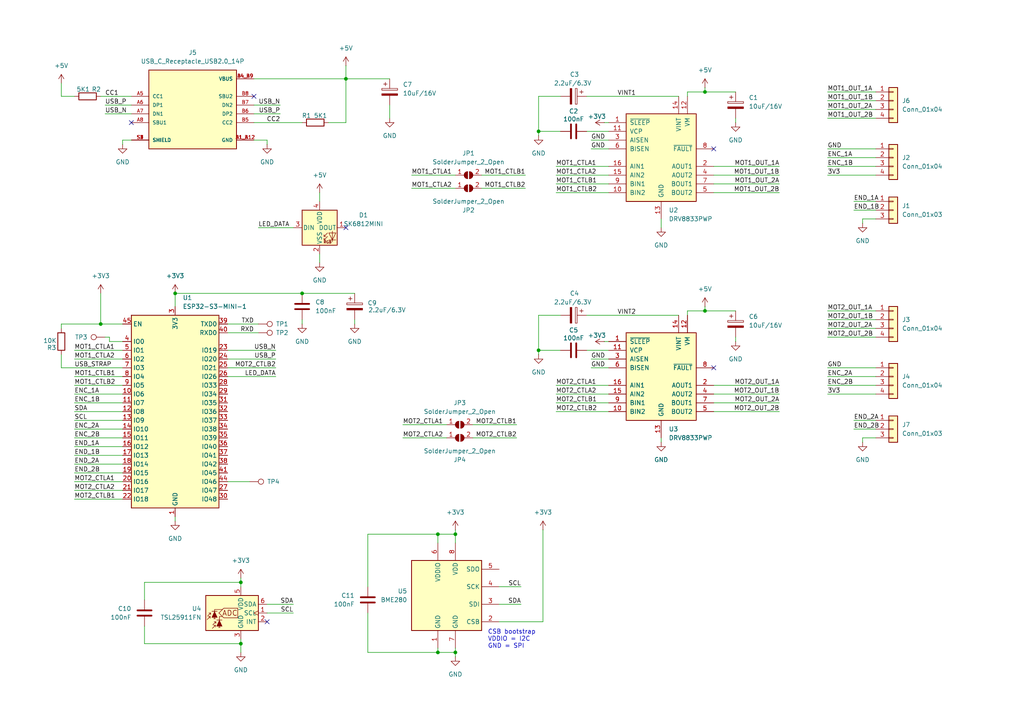
<source format=kicad_sch>
(kicad_sch (version 20231120) (generator "eeschema") (generator_version "8.0")
  (paper "A4")
  (lib_symbols
    (symbol "Connector:TestPoint" (pin_numbers hide) (pin_names (offset 0.762) hide)
      (property "Reference" "TP" (at 0 6.858 0))
      (property "Value" "TestPoint" (at 0 5.08 0))
      (symbol "TestPoint_0_1"
        (circle (center 0 3.302) (radius 0.762))
      )
      (symbol "TestPoint_1_1"
        (pin passive line (at 0 0 90) (length 2.54) (name "1") (number "1"))
      )
    )
    (symbol "Connector_Generic:Conn_01x03" (pin_names (offset 1.016) hide)
      (property "Reference" "J" (at 0 5.08 0))
      (property "Value" "Conn_01x03" (at 0 -5.08 0))
      (symbol "Conn_01x03_1_1"
        (rectangle (start -1.27 -2.413) (end 0 -2.667) (stroke (width 0.1524)))
        (rectangle (start -1.27 0.127) (end 0 -0.127) (stroke (width 0.1524)))
        (rectangle (start -1.27 2.667) (end 0 2.413) (stroke (width 0.1524)))
        (rectangle (start -1.27 3.81) (end 1.27 -3.81) (stroke (width 0.254)) (fill (type background)))
        (pin passive line (at -5.08 2.54 0) (length 3.81) (name "Pin_1") (number "1"))
        (pin passive line (at -5.08 0 0) (length 3.81) (name "Pin_2") (number "2"))
        (pin passive line (at -5.08 -2.54 0) (length 3.81) (name "Pin_3") (number "3"))
      )
    )
    (symbol "Connector_Generic:Conn_01x04" (pin_names (offset 1.016) hide)
      (property "Reference" "J" (at 0 5.08 0))
      (property "Value" "Conn_01x04" (at 0 -7.62 0))
      (symbol "Conn_01x04_1_1"
        (rectangle (start -1.27 -4.953) (end 0 -5.207) (stroke (width 0.1524)))
        (rectangle (start -1.27 -2.413) (end 0 -2.667) (stroke (width 0.1524)))
        (rectangle (start -1.27 0.127) (end 0 -0.127) (stroke (width 0.1524)))
        (rectangle (start -1.27 2.667) (end 0 2.413) (stroke (width 0.1524)))
        (rectangle (start -1.27 3.81) (end 1.27 -6.35) (stroke (width 0.254)) (fill (type background)))
        (pin passive line (at -5.08 2.54 0) (length 3.81) (name "Pin_1") (number "1"))
        (pin passive line (at -5.08 0 0) (length 3.81) (name "Pin_2") (number "2"))
        (pin passive line (at -5.08 -2.54 0) (length 3.81) (name "Pin_3") (number "3"))
        (pin passive line (at -5.08 -5.08 0) (length 3.81) (name "Pin_4") (number "4"))
      )
    )
    (symbol "Device:C" (pin_numbers hide) (pin_names (offset 0.254))
      (property "Reference" "C" (at 0.635 2.54 0))
      (property "Value" "C" (at 0.635 -2.54 0))
      (symbol "C_0_1"
        (polyline (pts (xy -2.032 -0.762) (xy 2.032 -0.762)) (stroke (width 0.508)))
        (polyline (pts (xy -2.032 0.762) (xy 2.032 0.762)) (stroke (width 0.508)))
      )
      (symbol "C_1_1"
        (pin passive line (at 0 3.81 270) (length 2.794) (name "~") (number "1"))
        (pin passive line (at 0 -3.81 90) (length 2.794) (name "~") (number "2"))
      )
    )
    (symbol "Device:C_Polarized" (pin_numbers hide) (pin_names (offset 0.254))
      (property "Reference" "C" (at 0.635 2.54 0))
      (property "Value" "C_Polarized" (at 0.635 -2.54 0))
      (symbol "C_Polarized_0_1"
        (rectangle (start -2.286 0.508) (end 2.286 1.016))
        (polyline (pts (xy -1.778 2.286) (xy -0.762 2.286)))
        (polyline (pts (xy -1.27 2.794) (xy -1.27 1.778)))
        (rectangle (start 2.286 -0.508) (end -2.286 -1.016) (fill (type outline)))
      )
      (symbol "C_Polarized_1_1"
        (pin passive line (at 0 3.81 270) (length 2.794) (name "~") (number "1"))
        (pin passive line (at 0 -3.81 90) (length 2.794) (name "~") (number "2"))
      )
    )
    (symbol "Device:R" (pin_numbers hide) (pin_names (offset 0))
      (property "Reference" "R" (at 2.032 0 90))
      (property "Value" "R" (at 0 0 90))
      (symbol "R_0_1"
        (rectangle (start -1.016 -2.54) (end 1.016 2.54) (stroke (width 0.254)))
      )
      (symbol "R_1_1"
        (pin passive line (at 0 3.81 270) (length 1.27) (name "~") (number "1"))
        (pin passive line (at 0 -3.81 90) (length 1.27) (name "~") (number "2"))
      )
    )
    (symbol "Driver_Motor:DRV8833PWP" (pin_names (offset 1.016))
      (property "Reference" "U" (at -3.81 16.51 0))
      (property "Value" "DRV8833PWP" (at -3.81 13.97 0))
      (symbol "DRV8833PWP_0_1"
        (rectangle (start -10.16 12.7) (end 10.16 -12.7) (stroke (width 0.254)) (fill (type background)))
      )
      (symbol "DRV8833PWP_1_1"
        (pin input line (at -15.24 10.16 0) (length 5.08) (name "~{SLEEP}") (number "1"))
        (pin input line (at -15.24 -10.16 0) (length 5.08) (name "BIN2") (number "10"))
        (pin bidirectional line (at -15.24 7.62 0) (length 5.08) (name "VCP") (number "11"))
        (pin power_in line (at 7.62 17.78 270) (length 5.08) (name "VM") (number "12"))
        (pin power_in line (at 0 -17.78 90) (length 5.08) (name "GND") (number "13"))
        (pin power_in line (at 5.08 17.78 270) (length 5.08) (name "VINT") (number "14"))
        (pin input line (at -15.24 -5.08 0) (length 5.08) (name "AIN2") (number "15"))
        (pin input line (at -15.24 -2.54 0) (length 5.08) (name "AIN1") (number "16"))
        (pin passive line (at 0 -17.78 90) (length 5.08) hide (name "GND") (number "17"))
        (pin power_out line (at 15.24 -2.54 180) (length 5.08) (name "AOUT1") (number "2"))
        (pin bidirectional line (at -15.24 5.08 0) (length 5.08) (name "AISEN") (number "3"))
        (pin power_out line (at 15.24 -5.08 180) (length 5.08) (name "AOUT2") (number "4"))
        (pin power_out line (at 15.24 -10.16 180) (length 5.08) (name "BOUT2") (number "5"))
        (pin bidirectional line (at -15.24 2.54 0) (length 5.08) (name "BISEN") (number "6"))
        (pin power_out line (at 15.24 -7.62 180) (length 5.08) (name "BOUT1") (number "7"))
        (pin open_collector line (at 15.24 2.54 180) (length 5.08) (name "~{FAULT}") (number "8"))
        (pin input line (at -15.24 -7.62 0) (length 5.08) (name "BIN1") (number "9"))
      )
    )
    (symbol "Jumper:SolderJumper_2_Open" (pin_names (offset 0) hide)
      (property "Reference" "JP" (at 0 2.032 0))
      (property "Value" "SolderJumper_2_Open" (at 0 -2.54 0))
      (symbol "SolderJumper_2_Open_0_1"
        (arc (start -0.254 1.016) (mid -1.2656 0) (end -0.254 -1.016))
        (arc (start -0.254 1.016) (mid -1.2656 0) (end -0.254 -1.016) (fill (type outline)))
        (polyline (pts (xy -0.254 1.016) (xy -0.254 -1.016)))
        (polyline (pts (xy 0.254 1.016) (xy 0.254 -1.016)))
        (arc (start 0.254 -1.016) (mid 1.2656 0) (end 0.254 1.016))
        (arc (start 0.254 -1.016) (mid 1.2656 0) (end 0.254 1.016) (fill (type outline)))
      )
      (symbol "SolderJumper_2_Open_1_1"
        (pin passive line (at -3.81 0 0) (length 2.54) (name "A") (number "1"))
        (pin passive line (at 3.81 0 180) (length 2.54) (name "B") (number "2"))
      )
    )
    (symbol "LED:SK6812MINI" (pin_names (offset 0.254))
      (property "Reference" "D" (at 5.08 5.715 0))
      (property "Value" "SK6812MINI" (at 1.27 -5.715 0))
      (symbol "SK6812MINI_0_0"
        (text "RGB" (at 2.286 -4.191 0) (effects (font (size 0.762 0.762))))
      )
      (symbol "SK6812MINI_0_1"
        (polyline (pts (xy 1.27 -3.556) (xy 1.778 -3.556)))
        (polyline (pts (xy 1.27 -2.54) (xy 1.778 -2.54)))
        (polyline (pts (xy 4.699 -3.556) (xy 2.667 -3.556)))
        (polyline (pts (xy 2.286 -2.54) (xy 1.27 -3.556) (xy 1.27 -3.048)))
        (polyline (pts (xy 2.286 -1.524) (xy 1.27 -2.54) (xy 1.27 -2.032)))
        (polyline (pts (xy 3.683 -1.016) (xy 3.683 -3.556) (xy 3.683 -4.064)))
        (polyline (pts (xy 4.699 -1.524) (xy 2.667 -1.524) (xy 3.683 -3.556) (xy 4.699 -1.524)))
        (rectangle (start 5.08 5.08) (end -5.08 -5.08) (stroke (width 0.254)) (fill (type background)))
      )
      (symbol "SK6812MINI_1_1"
        (pin output line (at 7.62 0 180) (length 2.54) (name "DOUT") (number "1"))
        (pin power_in line (at 0 -7.62 90) (length 2.54) (name "VSS") (number "2"))
        (pin input line (at -7.62 0 0) (length 2.54) (name "DIN") (number "3"))
        (pin power_in line (at 0 7.62 270) (length 2.54) (name "VDD") (number "4"))
      )
    )
    (symbol "MCU_Espressif:ESP32-S3-MINI-1"
      (property "Reference" "U" (at -11.43 29.21 0))
      (property "Value" "ESP32-S3-MINI-1" (at 12.7 29.21 0))
      (symbol "ESP32-S3-MINI-1_0_1"
        (rectangle (start -12.7 27.94) (end 12.7 -27.94) (stroke (width 0.254)) (fill (type background)))
      )
      (symbol "ESP32-S3-MINI-1_1_1"
        (pin power_in line (at 0 -30.48 90) (length 2.54) (name "GND") (number "1"))
        (pin bidirectional line (at -15.24 5.08 0) (length 2.54) (name "IO6") (number "10"))
        (pin bidirectional line (at -15.24 2.54 0) (length 2.54) (name "IO7") (number "11"))
        (pin bidirectional line (at -15.24 0 0) (length 2.54) (name "IO8") (number "12"))
        (pin bidirectional line (at -15.24 -2.54 0) (length 2.54) (name "IO9") (number "13"))
        (pin bidirectional line (at -15.24 -5.08 0) (length 2.54) (name "IO10") (number "14"))
        (pin bidirectional line (at -15.24 -7.62 0) (length 2.54) (name "IO11") (number "15"))
        (pin bidirectional line (at -15.24 -10.16 0) (length 2.54) (name "IO12") (number "16"))
        (pin bidirectional line (at -15.24 -12.7 0) (length 2.54) (name "IO13") (number "17"))
        (pin bidirectional line (at -15.24 -15.24 0) (length 2.54) (name "IO14") (number "18"))
        (pin bidirectional line (at -15.24 -17.78 0) (length 2.54) (name "IO15") (number "19"))
        (pin passive line (at 0 -30.48 90) (length 2.54) hide (name "GND") (number "2"))
        (pin bidirectional line (at -15.24 -20.32 0) (length 2.54) (name "IO16") (number "20"))
        (pin bidirectional line (at -15.24 -22.86 0) (length 2.54) (name "IO17") (number "21"))
        (pin bidirectional line (at -15.24 -25.4 0) (length 2.54) (name "IO18") (number "22"))
        (pin bidirectional line (at 15.24 17.78 180) (length 2.54) (name "IO19") (number "23"))
        (pin bidirectional line (at 15.24 15.24 180) (length 2.54) (name "IO20") (number "24"))
        (pin bidirectional line (at 15.24 12.7 180) (length 2.54) (name "IO21") (number "25"))
        (pin bidirectional line (at 15.24 10.16 180) (length 2.54) (name "IO26") (number "26"))
        (pin bidirectional line (at 15.24 -22.86 180) (length 2.54) (name "IO47") (number "27"))
        (pin bidirectional line (at 15.24 7.62 180) (length 2.54) (name "IO33") (number "28"))
        (pin bidirectional line (at 15.24 5.08 180) (length 2.54) (name "IO34") (number "29"))
        (pin power_in line (at 0 30.48 270) (length 2.54) (name "3V3") (number "3"))
        (pin bidirectional line (at 15.24 -25.4 180) (length 2.54) (name "IO48") (number "30"))
        (pin bidirectional line (at 15.24 2.54 180) (length 2.54) (name "IO35") (number "31"))
        (pin bidirectional line (at 15.24 0 180) (length 2.54) (name "IO36") (number "32"))
        (pin bidirectional line (at 15.24 -2.54 180) (length 2.54) (name "IO37") (number "33"))
        (pin bidirectional line (at 15.24 -5.08 180) (length 2.54) (name "IO38") (number "34"))
        (pin bidirectional line (at 15.24 -7.62 180) (length 2.54) (name "IO39") (number "35"))
        (pin bidirectional line (at 15.24 -10.16 180) (length 2.54) (name "IO40") (number "36"))
        (pin bidirectional line (at 15.24 -12.7 180) (length 2.54) (name "IO41") (number "37"))
        (pin bidirectional line (at 15.24 -15.24 180) (length 2.54) (name "IO42") (number "38"))
        (pin bidirectional line (at 15.24 25.4 180) (length 2.54) (name "TXD0") (number "39"))
        (pin bidirectional line (at -15.24 20.32 0) (length 2.54) (name "IO0") (number "4"))
        (pin bidirectional line (at 15.24 22.86 180) (length 2.54) (name "RXD0") (number "40"))
        (pin bidirectional line (at 15.24 -17.78 180) (length 2.54) (name "IO45") (number "41"))
        (pin passive line (at 0 -30.48 90) (length 2.54) hide (name "GND") (number "42"))
        (pin passive line (at 0 -30.48 90) (length 2.54) hide (name "GND") (number "43"))
        (pin bidirectional line (at 15.24 -20.32 180) (length 2.54) (name "IO46") (number "44"))
        (pin input line (at -15.24 25.4 0) (length 2.54) (name "EN") (number "45"))
        (pin passive line (at 0 -30.48 90) (length 2.54) hide (name "GND") (number "46"))
        (pin passive line (at 0 -30.48 90) (length 2.54) hide (name "GND") (number "47"))
        (pin passive line (at 0 -30.48 90) (length 2.54) hide (name "GND") (number "48"))
        (pin passive line (at 0 -30.48 90) (length 2.54) hide (name "GND") (number "49"))
        (pin bidirectional line (at -15.24 17.78 0) (length 2.54) (name "IO1") (number "5"))
        (pin passive line (at 0 -30.48 90) (length 2.54) hide (name "GND") (number "50"))
        (pin passive line (at 0 -30.48 90) (length 2.54) hide (name "GND") (number "51"))
        (pin passive line (at 0 -30.48 90) (length 2.54) hide (name "GND") (number "52"))
        (pin passive line (at 0 -30.48 90) (length 2.54) hide (name "GND") (number "53"))
        (pin passive line (at 0 -30.48 90) (length 2.54) hide (name "GND") (number "54"))
        (pin passive line (at 0 -30.48 90) (length 2.54) hide (name "GND") (number "55"))
        (pin passive line (at 0 -30.48 90) (length 2.54) hide (name "GND") (number "56"))
        (pin passive line (at 0 -30.48 90) (length 2.54) hide (name "GND") (number "57"))
        (pin passive line (at 0 -30.48 90) (length 2.54) hide (name "GND") (number "58"))
        (pin passive line (at 0 -30.48 90) (length 2.54) hide (name "GND") (number "59"))
        (pin bidirectional line (at -15.24 15.24 0) (length 2.54) (name "IO2") (number "6"))
        (pin passive line (at 0 -30.48 90) (length 2.54) hide (name "GND") (number "60"))
        (pin passive line (at 0 -30.48 90) (length 2.54) hide (name "GND") (number "61"))
        (pin passive line (at 0 -30.48 90) (length 2.54) hide (name "GND") (number "62"))
        (pin passive line (at 0 -30.48 90) (length 2.54) hide (name "GND") (number "63"))
        (pin passive line (at 0 -30.48 90) (length 2.54) hide (name "GND") (number "64"))
        (pin passive line (at 0 -30.48 90) (length 2.54) hide (name "GND") (number "65"))
        (pin bidirectional line (at -15.24 12.7 0) (length 2.54) (name "IO3") (number "7"))
        (pin bidirectional line (at -15.24 10.16 0) (length 2.54) (name "IO4") (number "8"))
        (pin bidirectional line (at -15.24 7.62 0) (length 2.54) (name "IO5") (number "9"))
      )
    )
    (symbol "Sensor:BME280"
      (property "Reference" "U" (at -8.89 11.43 0))
      (property "Value" "BME280" (at 7.62 11.43 0))
      (symbol "BME280_0_1"
        (rectangle (start -10.16 10.16) (end 10.16 -10.16) (stroke (width 0.254)) (fill (type background)))
      )
      (symbol "BME280_1_1"
        (pin power_in line (at -2.54 -15.24 90) (length 5.08) (name "GND") (number "1"))
        (pin input line (at 15.24 -7.62 180) (length 5.08) (name "CSB") (number "2"))
        (pin bidirectional line (at 15.24 -2.54 180) (length 5.08) (name "SDI") (number "3"))
        (pin input line (at 15.24 2.54 180) (length 5.08) (name "SCK") (number "4"))
        (pin bidirectional line (at 15.24 7.62 180) (length 5.08) (name "SDO") (number "5"))
        (pin power_in line (at -2.54 15.24 270) (length 5.08) (name "VDDIO") (number "6"))
        (pin power_in line (at 2.54 -15.24 90) (length 5.08) (name "GND") (number "7"))
        (pin power_in line (at 2.54 15.24 270) (length 5.08) (name "VDD") (number "8"))
      )
    )
    (symbol "Sensor_Optical:TSL25911FN"
      (property "Reference" "U" (at -7.62 6.35 0))
      (property "Value" "TSL25911FN" (at 0 -6.35 0))
      (symbol "TSL25911FN_0_0"
        (text "ADC" (at -0.635 0 0) (effects (font (size 1.524 1.524))))
      )
      (symbol "TSL25911FN_0_1"
        (polyline (pts (xy -6.35 -1.016) (xy -7.239 -1.905)))
        (polyline (pts (xy -6.35 -1.016) (xy -6.858 -1.016)))
        (polyline (pts (xy -6.35 -1.016) (xy -6.35 -1.524)))
        (polyline (pts (xy -6.223 0) (xy -7.112 -0.889)))
        (polyline (pts (xy -6.223 0) (xy -6.731 0)))
        (polyline (pts (xy -6.223 0) (xy -6.223 -0.508)))
        (polyline (pts (xy -4.826 -3.556) (xy -5.715 -4.445)))
        (polyline (pts (xy -4.826 -3.556) (xy -5.334 -3.556)))
        (polyline (pts (xy -4.826 -3.556) (xy -4.826 -4.064)))
        (polyline (pts (xy -4.699 -2.54) (xy -5.588 -3.429)))
        (polyline (pts (xy -4.699 -2.54) (xy -5.207 -2.54)))
        (polyline (pts (xy -4.699 -2.54) (xy -4.699 -3.048)))
        (polyline (pts (xy -4.318 0.508) (xy -5.842 0.508)))
        (polyline (pts (xy -2.921 -2.032) (xy -4.445 -2.032)))
        (polyline (pts (xy -4.318 -1.27) (xy -5.842 -1.27) (xy -5.08 0.381) (xy -4.318 -1.27)) (fill (type outline)))
        (polyline (pts (xy -2.921 -3.81) (xy -4.445 -3.81) (xy -3.683 -2.159) (xy -2.921 -3.81)) (fill (type outline)))
      )
      (symbol "TSL25911FN_1_0"
        (polyline (pts (xy -3.81 0) (xy -2.413 -1.397) (xy 1.651 -1.397) (xy 1.651 0)))
        (polyline (pts (xy -3.81 0) (xy -2.413 1.397) (xy 1.651 1.397) (xy 1.651 0)))
      )
      (symbol "TSL25911FN_1_1"
        (rectangle (start -7.62 5.08) (end 7.62 -5.08) (stroke (width 0.254)) (fill (type background)))
        (polyline (pts (xy -4.826 -1.651) (xy -5.334 -1.651)))
        (polyline (pts (xy -3.429 -4.191) (xy -3.937 -4.191)))
        (polyline (pts (xy -5.08 -1.524) (xy -5.08 1.016) (xy -2.794 1.016)))
        (polyline (pts (xy -3.683 -4.064) (xy -3.683 -1.016) (xy -2.794 -1.016)))
        (pin input clock (at 10.16 0 180) (length 2.54) (name "SCL") (number "1"))
        (pin open_collector line (at 10.16 -2.54 180) (length 2.54) (name "INT") (number "2"))
        (pin power_in line (at 2.54 -7.62 90) (length 2.54) (name "GND") (number "3"))
        (pin no_connect line (at -7.62 2.54 0) (length 2.54) hide (name "NC") (number "4"))
        (pin power_in line (at 2.54 7.62 270) (length 2.54) (name "VDD") (number "5"))
        (pin bidirectional line (at 10.16 2.54 180) (length 2.54) (name "SDA") (number "6"))
      )
    )
    (symbol "USB_C_receptacle_Molex_21699:2169900003" (pin_names (offset 1.016))
      (property "Reference" "J" (at -12.7 10.922 0))
      (property "Value" "2169900003" (at -12.7 -13.462 0))
      (symbol "2169900003_0_0"
        (rectangle (start -12.7 -12.7) (end 12.7 10.16) (stroke (width 0.254)) (fill (type background)))
        (pin power_in line (at 17.78 -10.16 180) (length 5.08) (name "GND") (number "A1_B12"))
        (pin power_in line (at 17.78 7.62 180) (length 5.08) (name "VBUS") (number "A4_B9"))
        (pin bidirectional line (at -17.78 2.54 0) (length 5.08) (name "CC1") (number "A5"))
        (pin bidirectional line (at -17.78 0 0) (length 5.08) (name "DP1") (number "A6"))
        (pin bidirectional line (at -17.78 -2.54 0) (length 5.08) (name "DN1") (number "A7"))
        (pin bidirectional line (at -17.78 -5.08 0) (length 5.08) (name "SBU1") (number "A8"))
        (pin power_in line (at 17.78 -10.16 180) (length 5.08) (name "GND") (number "B1_A12"))
        (pin power_in line (at 17.78 7.62 180) (length 5.08) (name "VBUS") (number "B4_A9"))
        (pin bidirectional line (at 17.78 -5.08 180) (length 5.08) (name "CC2") (number "B5"))
        (pin bidirectional line (at 17.78 -2.54 180) (length 5.08) (name "DP2") (number "B6"))
        (pin bidirectional line (at 17.78 0 180) (length 5.08) (name "DN2") (number "B7"))
        (pin bidirectional line (at 17.78 2.54 180) (length 5.08) (name "SBU2") (number "B8"))
        (pin passive line (at -17.78 -10.16 0) (length 5.08) (name "SHIELD") (number "S1"))
        (pin passive line (at -17.78 -10.16 0) (length 5.08) (name "SHIELD") (number "S2"))
        (pin passive line (at -17.78 -10.16 0) (length 5.08) (name "SHIELD") (number "S3"))
        (pin passive line (at -17.78 -10.16 0) (length 5.08) (name "SHIELD") (number "S4"))
      )
    )
    (symbol "power:+3V3" (power) (pin_numbers hide) (pin_names (offset 0) hide)
      (property "Value" "+3V3" (at 0 3.556 0))
      (symbol "+3V3_0_1"
        (polyline (pts (xy -0.762 1.27) (xy 0 2.54)))
        (polyline (pts (xy 0 0) (xy 0 2.54)))
        (polyline (pts (xy 0 2.54) (xy 0.762 1.27)))
      )
      (symbol "+3V3_1_1"
        (pin power_in line (at 0 0 90) (length 0) (name "~") (number "1"))
      )
    )
    (symbol "power:+5V" (power) (pin_numbers hide) (pin_names (offset 0) hide)
      (property "Value" "+5V" (at 0 3.556 0))
      (symbol "+5V_0_1"
        (polyline (pts (xy -0.762 1.27) (xy 0 2.54)))
        (polyline (pts (xy 0 0) (xy 0 2.54)))
        (polyline (pts (xy 0 2.54) (xy 0.762 1.27)))
      )
      (symbol "+5V_1_1"
        (pin power_in line (at 0 0 90) (length 0) (name "~") (number "1"))
      )
    )
    (symbol "power:GND" (power) (pin_numbers hide) (pin_names (offset 0) hide)
      (property "Value" "GND" (at 0 -3.81 0))
      (symbol "GND_0_1"
        (polyline (pts (xy 0 0) (xy 0 -1.27) (xy 1.27 -1.27) (xy 0 -2.54) (xy -1.27 -1.27) (xy 0 -1.27)))
      )
      (symbol "GND_1_1"
        (pin power_in line (at 0 0 270) (length 0) (name "~") (number "1"))
      )
    )
  )
  (junction (at 204.47 90.17))
  (junction (at 132.08 189.23))
  (junction (at 69.85 168.91))
  (junction (at 132.08 154.94))
  (junction (at 127 189.23))
  (junction (at 156.21 38.1))
  (junction (at 69.85 186.69))
  (junction (at 100.33 22.86))
  (junction (at 87.63 85.09))
  (junction (at 204.47 26.67))
  (junction (at 29.21 93.98))
  (junction (at 127 154.94))
  (junction (at 156.21 101.6))
  (junction (at 50.8 85.09))
  (no_connect (at 207.01 106.68))
  (no_connect (at 77.47 180.34))
  (no_connect (at 73.66 27.94))
  (no_connect (at 38.1 35.56))
  (no_connect (at 207.01 43.18))
  (no_connect (at 100.33 66.04))
  (wire (pts (xy 157.48 153.67) (xy 157.48 180.34)))
  (wire (pts (xy 161.29 50.8) (xy 176.53 50.8)))
  (wire (pts (xy 21.59 142.24) (xy 35.56 142.24)))
  (wire (pts (xy 207.01 48.26) (xy 226.06 48.26)))
  (wire (pts (xy 250.19 64.77) (xy 250.19 63.5)))
  (wire (pts (xy 21.59 127) (xy 35.56 127)))
  (wire (pts (xy 66.04 96.52) (xy 74.93 96.52)))
  (wire (pts (xy 204.47 26.67) (xy 204.47 25.4)))
  (wire (pts (xy 66.04 104.14) (xy 80.01 104.14)))
  (wire (pts (xy 17.78 93.98) (xy 29.21 93.98)))
  (wire (pts (xy 41.91 168.91) (xy 41.91 173.99)))
  (wire (pts (xy 100.33 22.86) (xy 113.03 22.86)))
  (wire (pts (xy 170.18 91.44) (xy 196.85 91.44)))
  (wire (pts (xy 69.85 186.69) (xy 69.85 189.23)))
  (wire (pts (xy 199.39 90.17) (xy 204.47 90.17)))
  (wire (pts (xy 66.04 109.22) (xy 80.01 109.22)))
  (wire (pts (xy 161.29 114.3) (xy 176.53 114.3)))
  (wire (pts (xy 240.03 97.79) (xy 254 97.79)))
  (wire (pts (xy 240.03 31.75) (xy 254 31.75)))
  (wire (pts (xy 17.78 106.68) (xy 17.78 102.87)))
  (wire (pts (xy 21.59 109.22) (xy 35.56 109.22)))
  (wire (pts (xy 132.08 157.48) (xy 132.08 154.94)))
  (wire (pts (xy 207.01 53.34) (xy 226.06 53.34)))
  (wire (pts (xy 30.48 30.48) (xy 38.1 30.48)))
  (wire (pts (xy 207.01 119.38) (xy 226.06 119.38)))
  (wire (pts (xy 35.56 41.91) (xy 35.56 40.64)))
  (wire (pts (xy 162.56 38.1) (xy 156.21 38.1)))
  (wire (pts (xy 77.47 175.26) (xy 85.09 175.26)))
  (wire (pts (xy 250.19 63.5) (xy 254 63.5)))
  (wire (pts (xy 207.01 111.76) (xy 226.06 111.76)))
  (wire (pts (xy 21.59 121.92) (xy 35.56 121.92)))
  (wire (pts (xy 213.36 34.29) (xy 213.36 35.56)))
  (wire (pts (xy 21.59 132.08) (xy 35.56 132.08)))
  (wire (pts (xy 127 187.96) (xy 127 189.23)))
  (wire (pts (xy 240.03 106.68) (xy 254 106.68)))
  (wire (pts (xy 106.68 189.23) (xy 106.68 177.8)))
  (wire (pts (xy 240.03 43.18) (xy 254 43.18)))
  (wire (pts (xy 132.08 153.67) (xy 132.08 154.94)))
  (wire (pts (xy 21.59 119.38) (xy 35.56 119.38)))
  (wire (pts (xy 30.48 33.02) (xy 38.1 33.02)))
  (wire (pts (xy 240.03 48.26) (xy 254 48.26)))
  (wire (pts (xy 132.08 189.23) (xy 132.08 190.5)))
  (wire (pts (xy 17.78 27.94) (xy 21.59 27.94)))
  (wire (pts (xy 156.21 38.1) (xy 156.21 39.37)))
  (wire (pts (xy 73.66 33.02) (xy 81.28 33.02)))
  (wire (pts (xy 176.53 101.6) (xy 170.18 101.6)))
  (wire (pts (xy 204.47 26.67) (xy 213.36 26.67)))
  (wire (pts (xy 21.59 101.6) (xy 35.56 101.6)))
  (wire (pts (xy 137.16 127) (xy 149.86 127)))
  (wire (pts (xy 240.03 26.67) (xy 254 26.67)))
  (wire (pts (xy 21.59 134.62) (xy 35.56 134.62)))
  (wire (pts (xy 77.47 41.91) (xy 77.47 40.64)))
  (wire (pts (xy 175.26 35.56) (xy 176.53 35.56)))
  (wire (pts (xy 35.56 106.68) (xy 17.78 106.68)))
  (wire (pts (xy 21.59 139.7) (xy 35.56 139.7)))
  (wire (pts (xy 240.03 90.17) (xy 254 90.17)))
  (wire (pts (xy 21.59 116.84) (xy 35.56 116.84)))
  (wire (pts (xy 31.75 99.06) (xy 35.56 99.06)))
  (wire (pts (xy 66.04 139.7) (xy 72.39 139.7)))
  (wire (pts (xy 161.29 116.84) (xy 176.53 116.84)))
  (wire (pts (xy 77.47 40.64) (xy 73.66 40.64)))
  (wire (pts (xy 162.56 91.44) (xy 156.21 91.44)))
  (wire (pts (xy 156.21 91.44) (xy 156.21 101.6)))
  (wire (pts (xy 87.63 92.71) (xy 87.63 93.98)))
  (wire (pts (xy 31.75 97.79) (xy 31.75 99.06)))
  (wire (pts (xy 204.47 90.17) (xy 204.47 88.9)))
  (wire (pts (xy 66.04 106.68) (xy 80.01 106.68)))
  (wire (pts (xy 21.59 124.46) (xy 35.56 124.46)))
  (wire (pts (xy 161.29 111.76) (xy 176.53 111.76)))
  (wire (pts (xy 92.71 73.66) (xy 92.71 76.2)))
  (wire (pts (xy 213.36 97.79) (xy 213.36 99.06)))
  (wire (pts (xy 175.26 99.06) (xy 176.53 99.06)))
  (wire (pts (xy 50.8 149.86) (xy 50.8 151.13)))
  (wire (pts (xy 247.65 58.42) (xy 254 58.42)))
  (wire (pts (xy 132.08 189.23) (xy 127 189.23)))
  (wire (pts (xy 100.33 22.86) (xy 100.33 35.56)))
  (wire (pts (xy 161.29 119.38) (xy 176.53 119.38)))
  (wire (pts (xy 240.03 45.72) (xy 254 45.72)))
  (wire (pts (xy 21.59 111.76) (xy 35.56 111.76)))
  (wire (pts (xy 66.04 93.98) (xy 74.93 93.98)))
  (wire (pts (xy 21.59 114.3) (xy 35.56 114.3)))
  (wire (pts (xy 171.45 43.18) (xy 176.53 43.18)))
  (wire (pts (xy 170.18 27.94) (xy 196.85 27.94)))
  (wire (pts (xy 35.56 40.64) (xy 38.1 40.64)))
  (wire (pts (xy 17.78 93.98) (xy 17.78 95.25)))
  (wire (pts (xy 87.63 85.09) (xy 102.87 85.09)))
  (wire (pts (xy 199.39 26.67) (xy 204.47 26.67)))
  (wire (pts (xy 35.56 93.98) (xy 29.21 93.98)))
  (wire (pts (xy 69.85 168.91) (xy 41.91 168.91)))
  (wire (pts (xy 127 189.23) (xy 106.68 189.23)))
  (wire (pts (xy 69.85 185.42) (xy 69.85 186.69)))
  (wire (pts (xy 162.56 27.94) (xy 156.21 27.94)))
  (wire (pts (xy 240.03 95.25) (xy 254 95.25)))
  (wire (pts (xy 69.85 170.18) (xy 69.85 168.91)))
  (wire (pts (xy 69.85 167.64) (xy 69.85 168.91)))
  (wire (pts (xy 77.47 177.8) (xy 85.09 177.8)))
  (wire (pts (xy 191.77 63.5) (xy 191.77 66.04)))
  (wire (pts (xy 21.59 144.78) (xy 35.56 144.78)))
  (wire (pts (xy 29.21 27.94) (xy 38.1 27.94)))
  (wire (pts (xy 41.91 186.69) (xy 41.91 181.61)))
  (wire (pts (xy 171.45 104.14) (xy 176.53 104.14)))
  (wire (pts (xy 50.8 85.09) (xy 50.8 88.9)))
  (wire (pts (xy 137.16 123.19) (xy 149.86 123.19)))
  (wire (pts (xy 240.03 29.21) (xy 254 29.21)))
  (wire (pts (xy 250.19 128.27) (xy 250.19 127)))
  (wire (pts (xy 139.7 54.61) (xy 152.4 54.61)))
  (wire (pts (xy 30.48 97.79) (xy 31.75 97.79)))
  (wire (pts (xy 207.01 116.84) (xy 226.06 116.84)))
  (wire (pts (xy 74.93 66.04) (xy 85.09 66.04)))
  (wire (pts (xy 139.7 50.8) (xy 152.4 50.8)))
  (wire (pts (xy 240.03 50.8) (xy 254 50.8)))
  (wire (pts (xy 161.29 55.88) (xy 176.53 55.88)))
  (wire (pts (xy 29.21 93.98) (xy 29.21 85.09)))
  (wire (pts (xy 156.21 101.6) (xy 156.21 102.87)))
  (wire (pts (xy 247.65 60.96) (xy 254 60.96)))
  (wire (pts (xy 73.66 35.56) (xy 87.63 35.56)))
  (wire (pts (xy 199.39 27.94) (xy 199.39 26.67)))
  (wire (pts (xy 92.71 55.88) (xy 92.71 58.42)))
  (wire (pts (xy 144.78 175.26) (xy 151.13 175.26)))
  (wire (pts (xy 127 154.94) (xy 127 157.48)))
  (wire (pts (xy 95.25 35.56) (xy 100.33 35.56)))
  (wire (pts (xy 73.66 22.86) (xy 100.33 22.86)))
  (wire (pts (xy 176.53 38.1) (xy 170.18 38.1)))
  (wire (pts (xy 116.84 127) (xy 129.54 127)))
  (wire (pts (xy 132.08 187.96) (xy 132.08 189.23)))
  (wire (pts (xy 119.38 50.8) (xy 132.08 50.8)))
  (wire (pts (xy 144.78 170.18) (xy 151.13 170.18)))
  (wire (pts (xy 100.33 22.86) (xy 100.33 19.05)))
  (wire (pts (xy 207.01 50.8) (xy 226.06 50.8)))
  (wire (pts (xy 171.45 106.68) (xy 176.53 106.68)))
  (wire (pts (xy 156.21 27.94) (xy 156.21 38.1)))
  (wire (pts (xy 21.59 137.16) (xy 35.56 137.16)))
  (wire (pts (xy 250.19 127) (xy 254 127)))
  (wire (pts (xy 191.77 127) (xy 191.77 128.27)))
  (wire (pts (xy 240.03 34.29) (xy 254 34.29)))
  (wire (pts (xy 240.03 92.71) (xy 254 92.71)))
  (wire (pts (xy 116.84 123.19) (xy 129.54 123.19)))
  (wire (pts (xy 66.04 101.6) (xy 80.01 101.6)))
  (wire (pts (xy 127 154.94) (xy 106.68 154.94)))
  (wire (pts (xy 161.29 48.26) (xy 176.53 48.26)))
  (wire (pts (xy 17.78 24.13) (xy 17.78 27.94)))
  (wire (pts (xy 207.01 114.3) (xy 226.06 114.3)))
  (wire (pts (xy 50.8 85.09) (xy 87.63 85.09)))
  (wire (pts (xy 106.68 154.94) (xy 106.68 170.18)))
  (wire (pts (xy 73.66 30.48) (xy 81.28 30.48)))
  (wire (pts (xy 207.01 55.88) (xy 226.06 55.88)))
  (wire (pts (xy 247.65 121.92) (xy 254 121.92)))
  (wire (pts (xy 157.48 180.34) (xy 144.78 180.34)))
  (wire (pts (xy 21.59 129.54) (xy 35.56 129.54)))
  (wire (pts (xy 204.47 90.17) (xy 213.36 90.17)))
  (wire (pts (xy 69.85 186.69) (xy 41.91 186.69)))
  (wire (pts (xy 240.03 109.22) (xy 254 109.22)))
  (wire (pts (xy 240.03 111.76) (xy 254 111.76)))
  (wire (pts (xy 113.03 30.48) (xy 113.03 34.29)))
  (wire (pts (xy 161.29 53.34) (xy 176.53 53.34)))
  (wire (pts (xy 132.08 154.94) (xy 127 154.94)))
  (wire (pts (xy 119.38 54.61) (xy 132.08 54.61)))
  (wire (pts (xy 199.39 91.44) (xy 199.39 90.17)))
  (wire (pts (xy 171.45 40.64) (xy 176.53 40.64)))
  (wire (pts (xy 240.03 114.3) (xy 254 114.3)))
  (wire (pts (xy 247.65 124.46) (xy 254 124.46)))
  (wire (pts (xy 21.59 104.14) (xy 35.56 104.14)))
  (wire (pts (xy 102.87 92.71) (xy 102.87 93.98)))
  (wire (pts (xy 162.56 101.6) (xy 156.21 101.6)))
  (text "CSB bootstrap\nVDDIO = I2C\nGND = SPI" (at 141.478 185.42 0) (effects (font (size 1.27 1.27)) (justify left)))
  (label "MOT2_OUT_1A" (at 226.06 111.76 180))
  (label "END_1B" (at 247.65 60.96 0))
  (label "CC1" (at 30.48 27.94 0))
  (label "SCL" (at 85.09 177.8 180))
  (label "MOT2_CTLA1" (at 21.59 139.7 0))
  (label "SDA" (at 151.13 175.26 180))
  (label "USB_STRAP" (at 21.59 106.68 0))
  (label "MOT2_CTLB2" (at 161.29 119.38 0))
  (label "VINT1" (at 179.07 27.94 0))
  (label "GND" (at 171.45 40.64 0))
  (label "END_1A" (at 247.65 58.42 0))
  (label "MOT1_CTLB2" (at 152.4 54.61 180))
  (label "ENC_2B" (at 21.59 127 0))
  (label "END_2A" (at 247.65 121.92 0))
  (label "MOT2_CTLB1" (at 21.59 144.78 0))
  (label "ENC_2A" (at 21.59 124.46 0))
  (label "MOT2_CTLA1" (at 161.29 111.76 0))
  (label "USB_N" (at 81.28 30.48 180))
  (label "MOT1_OUT_1B" (at 240.03 29.21 0))
  (label "ENC_2A" (at 240.03 109.22 0))
  (label "SCL" (at 21.59 121.92 0))
  (label "ENC_2B" (at 240.03 111.76 0))
  (label "CC2" (at 81.28 35.56 180))
  (label "GND" (at 240.03 43.18 0))
  (label "MOT2_OUT_2B" (at 226.06 119.38 180))
  (label "RXD" (at 73.66 96.52 180))
  (label "MOT2_OUT_2B" (at 240.03 97.79 0))
  (label "MOT1_OUT_2B" (at 226.06 55.88 180))
  (label "ENC_1A" (at 21.59 114.3 0))
  (label "MOT2_CTLB2" (at 80.01 106.68 180))
  (label "MOT1_CTLA1" (at 21.59 101.6 0))
  (label "MOT1_CTLA2" (at 21.59 104.14 0))
  (label "ENC_1B" (at 21.59 116.84 0))
  (label "MOT1_CTLB2" (at 21.59 111.76 0))
  (label "GND" (at 171.45 43.18 0))
  (label "MOT1_OUT_1A" (at 226.06 48.26 180))
  (label "MOT2_CTLB2" (at 149.86 127 180))
  (label "SCL" (at 151.13 170.18 180))
  (label "MOT2_OUT_1B" (at 240.03 92.71 0))
  (label "MOT1_CTLB2" (at 161.29 55.88 0))
  (label "ENC_1A" (at 240.03 45.72 0))
  (label "MOT1_OUT_2A" (at 226.06 53.34 180))
  (label "END_2B" (at 247.65 124.46 0))
  (label "SDA" (at 21.59 119.38 0))
  (label "MOT1_OUT_1B" (at 226.06 50.8 180))
  (label "MOT1_CTLB1" (at 152.4 50.8 180))
  (label "MOT2_CTLB1" (at 149.86 123.19 180))
  (label "MOT1_CTLA2" (at 161.29 50.8 0))
  (label "MOT1_CTLA1" (at 161.29 48.26 0))
  (label "VINT2" (at 179.07 91.44 0))
  (label "MOT2_OUT_1A" (at 240.03 90.17 0))
  (label "GND" (at 171.45 106.68 0))
  (label "MOT2_OUT_2A" (at 240.03 95.25 0))
  (label "TXD" (at 73.66 93.98 180))
  (label "SDA" (at 85.09 175.26 180))
  (label "USB_P" (at 81.28 33.02 180))
  (label "3V3" (at 240.03 114.3 0))
  (label "ENC_1B" (at 240.03 48.26 0))
  (label "GND" (at 171.45 104.14 0))
  (label "MOT2_CTLB1" (at 161.29 116.84 0))
  (label "USB_N" (at 80.01 101.6 180))
  (label "MOT2_OUT_1B" (at 226.06 114.3 180))
  (label "MOT2_CTLA2" (at 116.84 127 0))
  (label "MOT2_CTLA2" (at 161.29 114.3 0))
  (label "END_1B" (at 21.59 132.08 0))
  (label "MOT1_CTLA1" (at 119.38 50.8 0))
  (label "3V3" (at 240.03 50.8 0))
  (label "END_2B" (at 21.59 137.16 0))
  (label "MOT1_CTLA2" (at 119.38 54.61 0))
  (label "MOT1_OUT_1A" (at 240.03 26.67 0))
  (label "END_1A" (at 21.59 129.54 0))
  (label "MOT1_CTLB1" (at 161.29 53.34 0))
  (label "END_2A" (at 21.59 134.62 0))
  (label "LED_DATA" (at 74.93 66.04 0))
  (label "USB_P" (at 30.48 30.48 0))
  (label "GND" (at 240.03 106.68 0))
  (label "LED_DATA" (at 80.01 109.22 180))
  (label "MOT2_OUT_2A" (at 226.06 116.84 180))
  (label "MOT2_CTLA2" (at 21.59 142.24 0))
  (label "MOT1_OUT_2B" (at 240.03 34.29 0))
  (label "MOT1_CTLB1" (at 21.59 109.22 0))
  (label "MOT2_CTLA1" (at 116.84 123.19 0))
  (label "USB_N" (at 30.48 33.02 0))
  (label "USB_P" (at 80.01 104.14 180))
  (label "MOT1_OUT_2A" (at 240.03 31.75 0))
  (symbol (lib_id "power:+3V3") (at 132.08 153.67 0) (unit 1)
    (property "Reference" "#PWR024" (effects (hide yes)))
    (property "Value" "+3V3" (at 132.08 148.59 0))
    (property "Description" "Power symbol creates a global label with name \"+3V3\"" (effects (hide yes)))
  )
  (symbol (lib_id "power:+3V3") (at 175.26 99.06 90) (unit 1)
    (property "Reference" "#PWR09" (effects (hide yes)))
    (property "Value" "+3V3" (at 175.768 97.282 90) (effects (justify left)))
    (property "Description" "Power symbol creates a global label with name \"+3V3\"" (effects (hide yes)))
  )
  (symbol (lib_id "power:GND") (at 35.56 41.91 0) (unit 1)
    (property "Reference" "#PWR031" (effects (hide yes)))
    (property "Value" "GND" (at 35.56 46.99 0))
    (property "Description" "Power symbol creates a global label with name \"GND\" , ground" (effects (hide yes)))
  )
  (symbol (lib_id "Device:R") (at 17.78 99.06 180) (unit 1)
    (property "Reference" "R3" (at 14.986 100.838 0))
    (property "Value" "10K" (at 14.478 98.806 0))
    (property "Footprint" "Resistor_SMD:R_0603_1608Metric" (effects (hide yes)))
    (property "Description" "Resistor" (effects (hide yes)))
  )
  (symbol (lib_id "power:GND") (at 191.77 128.27 0) (unit 1)
    (property "Reference" "#PWR010" (effects (hide yes)))
    (property "Value" "GND" (at 191.77 133.35 0))
    (property "Description" "Power symbol creates a global label with name \"GND\" , ground" (effects (hide yes)))
  )
  (symbol (lib_id "Device:C") (at 87.63 88.9 0) (unit 1)
    (property "Reference" "C8" (at 91.44 87.6299 0) (effects (justify left)))
    (property "Value" "100nF" (at 91.44 90.1699 0) (effects (justify left)))
    (property "Footprint" "Capacitor_SMD:C_0603_1608Metric" (effects (hide yes)))
    (property "Description" "Unpolarized capacitor" (effects (hide yes)))
  )
  (symbol (lib_id "power:+3V3") (at 175.26 35.56 90) (unit 1)
    (property "Reference" "#PWR04" (effects (hide yes)))
    (property "Value" "+3V3" (at 175.768 33.782 90) (effects (justify left)))
    (property "Description" "Power symbol creates a global label with name \"+3V3\"" (effects (hide yes)))
  )
  (symbol (lib_id "power:GND") (at 77.47 41.91 0) (unit 1)
    (property "Reference" "#PWR030" (effects (hide yes)))
    (property "Value" "GND" (at 77.47 46.99 0))
    (property "Description" "Power symbol creates a global label with name \"GND\" , ground" (effects (hide yes)))
  )
  (symbol (lib_id "power:GND") (at 250.19 64.77 0) (unit 1)
    (property "Reference" "#PWR013" (effects (hide yes)))
    (property "Value" "GND" (at 250.19 69.85 0))
    (property "Description" "Power symbol creates a global label with name \"GND\" , ground" (effects (hide yes)))
  )
  (symbol (lib_id "Connector:TestPoint") (at 74.93 96.52 270) (unit 1)
    (property "Reference" "TP2" (at 80.01 96.52 90) (effects (justify left)))
    (property "Value" "TestPoint" (effects (hide yes)))
    (property "Footprint" "TestPoint:TestPoint_Pad_D1.5mm" (effects (hide yes)))
    (property "Description" "test point" (effects (hide yes)))
  )
  (symbol (lib_id "power:GND") (at 113.03 34.29 0) (unit 1)
    (property "Reference" "#PWR017" (effects (hide yes)))
    (property "Value" "GND" (at 113.03 39.37 0))
    (property "Description" "Power symbol creates a global label with name \"GND\" , ground" (effects (hide yes)))
  )
  (symbol (lib_id "Jumper:SolderJumper_2_Open") (at 135.89 54.61 0) (mirror x) (unit 1)
    (property "Reference" "JP2" (at 135.89 60.96 0))
    (property "Value" "SolderJumper_2_Open" (at 135.89 58.42 0))
    (property "Footprint" "Jumper:SolderJumper-2_P1.3mm_Open_Pad1.0x1.5mm" (effects (hide yes)))
    (property "Description" "Solder Jumper, 2-pole, open" (effects (hide yes)))
  )
  (symbol (lib_id "Driver_Motor:DRV8833PWP") (at 191.77 45.72 0) (unit 1)
    (property "Reference" "U2" (at 193.9641 60.96 0) (effects (justify left)))
    (property "Value" "DRV8833PWP" (at 193.9641 63.5 0) (effects (justify left)))
    (property "Footprint" "Package_SO:HTSSOP-16-1EP_4.4x5mm_P0.65mm_EP3.4x5mm_Mask2.46x2.31mm_ThermalVias" (effects (hide yes)))
    (property "Datasheet" "http://www.ti.com/lit/ds/symlink/drv8833.pdf" (effects (hide yes)))
    (property "Description" "Dual H-Bridge Motor Driver, HTSSOP-16" (effects (hide yes)))
  )
  (symbol (lib_id "MCU_Espressif:ESP32-S3-MINI-1") (at 50.8 119.38 0) (unit 1)
    (property "Reference" "U1" (at 52.9941 86.36 0) (effects (justify left)))
    (property "Value" "ESP32-S3-MINI-1" (at 52.9941 88.9 0) (effects (justify left)))
    (property "Footprint" "RF_Module:ESP32-S2-MINI-1" (effects (hide yes)))
    (property "Datasheet" "https://www.espressif.com/sites/default/files/documentation/esp32-s3-mini-1_mini-1u_datasheet_en.pdf" (effects (hide yes)))
    (property "Description" "RF Module, ESP32-S3 SoC, Wi-Fi 802.11b/g/n, Bluetooth, BLE, 32-bit, 3.3V, SMD, onboard antenna" (effects (hide yes)))
  )
  (symbol (lib_id "Connector_Generic:Conn_01x04") (at 259.08 109.22 0) (unit 1)
    (property "Reference" "J4" (at 261.62 109.2199 0) (effects (justify left)))
    (property "Value" "Conn_01x04" (at 261.62 111.7599 0) (effects (justify left)))
    (property "Footprint" "Connector_PinHeader_2.54mm:PinHeader_1x04_P2.54mm_Vertical" (effects (hide yes)))
    (property "Description" "Generic connector, single row, 01x04, script generated (kicad-library-utils/schlib/autogen/connector/)" (effects (hide yes)))
  )
  (symbol (lib_id "Device:R") (at 25.4 27.94 90) (unit 1)
    (property "Reference" "R2" (at 27.94 25.908 90))
    (property "Value" "5K1" (at 24.13 25.908 90))
    (property "Footprint" "Resistor_SMD:R_0603_1608Metric" (effects (hide yes)))
    (property "Description" "Resistor" (effects (hide yes)))
  )
  (symbol (lib_id "Device:C_Polarized") (at 166.37 27.94 270) (unit 1)
    (property "Reference" "C3" (at 166.624 21.59 90))
    (property "Value" "2.2uF/6.3V" (at 166.116 24.13 90))
    (property "Footprint" "Capacitor_Tantalum_SMD:CP_EIA-3528-21_Kemet-B" (effects (hide yes)))
    (property "Description" "Polarized capacitor" (effects (hide yes)))
  )
  (symbol (lib_id "power:GND") (at 191.77 66.04 0) (unit 1)
    (property "Reference" "#PWR01" (effects (hide yes)))
    (property "Value" "GND" (at 191.77 71.12 0))
    (property "Description" "Power symbol creates a global label with name \"GND\" , ground" (effects (hide yes)))
  )
  (symbol (lib_id "Device:C_Polarized") (at 213.36 30.48 0) (unit 1)
    (property "Reference" "C1" (at 217.17 28.3209 0) (effects (justify left)))
    (property "Value" "10uF/16V" (at 217.17 30.8609 0) (effects (justify left)))
    (property "Footprint" "Capacitor_SMD:CP_Elec_4x5.4" (effects (hide yes)))
    (property "Description" "Polarized capacitor" (effects (hide yes)))
  )
  (symbol (lib_id "power:+3V3") (at 157.48 153.67 0) (unit 1)
    (property "Reference" "#PWR025" (effects (hide yes)))
    (property "Value" "+3V3" (at 157.48 148.59 0))
    (property "Description" "Power symbol creates a global label with name \"+3V3\"" (effects (hide yes)))
  )
  (symbol (lib_id "Device:C_Polarized") (at 102.87 88.9 0) (unit 1)
    (property "Reference" "C9" (at 107.95 87.884 0))
    (property "Value" "2.2uF/6.3V" (at 112.268 89.916 0))
    (property "Footprint" "Capacitor_Tantalum_SMD:CP_EIA-3528-21_Kemet-B" (effects (hide yes)))
    (property "Description" "Polarized capacitor" (effects (hide yes)))
  )
  (symbol (lib_id "power:+5V") (at 100.33 19.05 0) (unit 1)
    (property "Reference" "#PWR015" (effects (hide yes)))
    (property "Value" "+5V" (at 100.33 13.97 0))
    (property "Description" "Power symbol creates a global label with name \"+5V\"" (effects (hide yes)))
  )
  (symbol (lib_id "power:GND") (at 87.63 93.98 0) (unit 1)
    (property "Reference" "#PWR019" (effects (hide yes)))
    (property "Value" "GND" (at 87.63 99.06 0))
    (property "Description" "Power symbol creates a global label with name \"GND\" , ground" (effects (hide yes)))
  )
  (symbol (lib_id "Sensor:BME280") (at 129.54 172.72 0) (unit 1)
    (property "Reference" "U5" (at 118.11 171.4499 0) (effects (justify right)))
    (property "Value" "BME280" (at 118.11 173.9899 0) (effects (justify right)))
    (property "Footprint" "Package_LGA:Bosch_LGA-8_2.5x2.5mm_P0.65mm_ClockwisePinNumbering" (effects (hide yes)))
    (property "Datasheet" "https://www.bosch-sensortec.com/media/boschsensortec/downloads/datasheets/bst-bme280-ds002.pdf" (effects (hide yes)))
    (property "Description" "3-in-1 sensor, humidity, pressure, temperature, I2C and SPI interface, 1.71-3.6V, LGA-8" (effects (hide yes)))
  )
  (symbol (lib_id "Connector_Generic:Conn_01x04") (at 259.08 29.21 0) (unit 1)
    (property "Reference" "J6" (at 261.62 29.2099 0) (effects (justify left)))
    (property "Value" "Conn_01x04" (at 261.62 31.7499 0) (effects (justify left)))
    (property "Footprint" "Connector_PinHeader_2.54mm:PinHeader_1x04_P2.54mm_Vertical" (effects (hide yes)))
    (property "Description" "Generic connector, single row, 01x04, script generated (kicad-library-utils/schlib/autogen/connector/)" (effects (hide yes)))
  )
  (symbol (lib_id "power:+3V3") (at 50.8 85.09 0) (unit 1)
    (property "Reference" "#PWR03" (effects (hide yes)))
    (property "Value" "+3V3" (at 50.8 80.01 0))
    (property "Description" "Power symbol creates a global label with name \"+3V3\"" (effects (hide yes)))
  )
  (symbol (lib_id "power:+5V") (at 204.47 88.9 0) (unit 1)
    (property "Reference" "#PWR011" (effects (hide yes)))
    (property "Value" "+5V" (at 204.47 83.82 0))
    (property "Description" "Power symbol creates a global label with name \"+5V\"" (effects (hide yes)))
  )
  (symbol (lib_id "Sensor_Optical:TSL25911FN") (at 67.31 177.8 0) (unit 1)
    (property "Reference" "U4" (at 58.42 176.5299 0) (effects (justify right)))
    (property "Value" "TSL25911FN" (at 58.42 179.0699 0) (effects (justify right)))
    (property "Footprint" "OptoDevice:AMS_TSL25911FN" (effects (hide yes)))
    (property "Datasheet" "https://ams.com/documents/20143/9331680/TSL2591_DS000338_7-00.pdf" (effects (hide yes)))
    (property "Description" "Light to digital converter, 2.7 to 3.6V Vdd, DFN-6" (effects (hide yes)))
  )
  (symbol (lib_id "Device:C_Polarized") (at 213.36 93.98 0) (unit 1)
    (property "Reference" "C6" (at 217.17 91.8209 0) (effects (justify left)))
    (property "Value" "10uF/16V" (at 217.17 94.3609 0) (effects (justify left)))
    (property "Footprint" "Capacitor_SMD:CP_Elec_4x5.4" (effects (hide yes)))
    (property "Description" "Polarized capacitor" (effects (hide yes)))
  )
  (symbol (lib_id "USB_C_receptacle_Molex_21699:2169900003") (at 55.88 30.48 0) (unit 1)
    (property "Reference" "J5" (at 55.88 15.24 0))
    (property "Value" "USB_C_Receptacle_USB2.0_14P" (at 55.88 17.78 0))
    (property "Footprint" "Connector_USB:USB_C_Receptacle_Molex_21699" (effects (hide yes)))
    (property "Description" "USB 2.0-only 14P Type-C Receptacle connector" (effects (hide yes)))
    (property "MF" "Molex" (effects (hide yes)))
    (property "MAXIMUM_PACKAGE_HEIGHT" "2.31 mm" (effects (hide yes)))
    (property "Package" "None" (effects (hide yes)))
    (property "Price" "None" (effects (hide yes)))
    (property "Check_prices" "https://www.snapeda.com/parts/2169900003/Molex/view-part/?ref=eda" (effects (hide yes)))
    (property "STANDARD" "Manufacturer Recommendations" (effects (hide yes)))
    (property "PARTREV" "A1" (effects (hide yes)))
    (property "SnapEDA_Link" "https://www.snapeda.com/parts/2169900003/Molex/view-part/?ref=snap" (effects (hide yes)))
    (property "MP" "2169900003" (effects (hide yes)))
    (property "Purchase-URL" "https://www.snapeda.com/api/url_track_click_mouser/?unipart_id=6296438&manufacturer=Molex&part_name=2169900003&search_term=None" (effects (hide yes)))
    (property "Description_1" "\nUSB-C (USB TYPE-C) USB 2.0 Receptacle Connector 24 (16+8 Dummy) Position Surface Mount, Right Angle; Through Hole\n" (effects (hide yes)))
    (property "MANUFACTURER" "Molex" (effects (hide yes)))
    (property "Availability" "In Stock" (effects (hide yes)))
    (property "SNAPEDA_PN" "2169900003" (effects (hide yes)))
  )
  (symbol (lib_id "Connector_Generic:Conn_01x04") (at 259.08 45.72 0) (unit 1)
    (property "Reference" "J2" (at 261.62 45.7199 0) (effects (justify left)))
    (property "Value" "Conn_01x04" (at 261.62 48.2599 0) (effects (justify left)))
    (property "Footprint" "Connector_PinHeader_2.54mm:PinHeader_1x04_P2.54mm_Vertical" (effects (hide yes)))
    (property "Description" "Generic connector, single row, 01x04, script generated (kicad-library-utils/schlib/autogen/connector/)" (effects (hide yes)))
  )
  (symbol (lib_id "power:+5V") (at 204.47 25.4 0) (unit 1)
    (property "Reference" "#PWR05" (effects (hide yes)))
    (property "Value" "+5V" (at 204.47 20.32 0))
    (property "Description" "Power symbol creates a global label with name \"+5V\"" (effects (hide yes)))
  )
  (symbol (lib_id "Device:R") (at 91.44 35.56 90) (unit 1)
    (property "Reference" "R1" (at 88.9 33.528 90))
    (property "Value" "5K1" (at 92.964 33.528 90))
    (property "Footprint" "Resistor_SMD:R_0603_1608Metric" (effects (hide yes)))
    (property "Description" "Resistor" (effects (hide yes)))
  )
  (symbol (lib_id "power:GND") (at 213.36 99.06 0) (unit 1)
    (property "Reference" "#PWR012" (effects (hide yes)))
    (property "Value" "GND" (at 213.36 104.14 0))
    (property "Description" "Power symbol creates a global label with name \"GND\" , ground" (effects (hide yes)))
  )
  (symbol (lib_id "Device:C") (at 41.91 177.8 0) (mirror y) (unit 1)
    (property "Reference" "C10" (at 38.1 176.5299 0) (effects (justify left)))
    (property "Value" "100nF" (at 38.1 179.0699 0) (effects (justify left)))
    (property "Footprint" "Capacitor_SMD:C_0603_1608Metric" (effects (hide yes)))
    (property "Description" "Unpolarized capacitor" (effects (hide yes)))
  )
  (symbol (lib_id "power:GND") (at 69.85 189.23 0) (unit 1)
    (property "Reference" "#PWR021" (effects (hide yes)))
    (property "Value" "GND" (at 69.85 194.31 0))
    (property "Description" "Power symbol creates a global label with name \"GND\" , ground" (effects (hide yes)))
  )
  (symbol (lib_id "Device:C_Polarized") (at 113.03 26.67 0) (unit 1)
    (property "Reference" "C7" (at 116.84 24.5109 0) (effects (justify left)))
    (property "Value" "10uF/16V" (at 116.84 27.0509 0) (effects (justify left)))
    (property "Footprint" "Capacitor_SMD:CP_Elec_4x5.4" (effects (hide yes)))
    (property "Description" "Polarized capacitor" (effects (hide yes)))
  )
  (symbol (lib_id "Connector_Generic:Conn_01x03") (at 259.08 124.46 0) (unit 1)
    (property "Reference" "J7" (at 261.62 123.1899 0) (effects (justify left)))
    (property "Value" "Conn_01x03" (at 261.62 125.7299 0) (effects (justify left)))
    (property "Footprint" "Connector_PinHeader_2.54mm:PinHeader_1x03_P2.54mm_Vertical" (effects (hide yes)))
    (property "Description" "Generic connector, single row, 01x03, script generated (kicad-library-utils/schlib/autogen/connector/)" (effects (hide yes)))
  )
  (symbol (lib_id "Connector:TestPoint") (at 74.93 93.98 270) (unit 1)
    (property "Reference" "TP1" (at 80.01 93.98 90) (effects (justify left)))
    (property "Value" "TestPoint" (effects (hide yes)))
    (property "Footprint" "TestPoint:TestPoint_Pad_D1.5mm" (effects (hide yes)))
    (property "Description" "test point" (effects (hide yes)))
  )
  (symbol (lib_id "Device:C") (at 106.68 173.99 0) (mirror y) (unit 1)
    (property "Reference" "C11" (at 102.87 172.7199 0) (effects (justify left)))
    (property "Value" "100nF" (at 102.87 175.2599 0) (effects (justify left)))
    (property "Footprint" "Capacitor_SMD:C_0603_1608Metric" (effects (hide yes)))
    (property "Description" "Unpolarized capacitor" (effects (hide yes)))
  )
  (symbol (lib_id "Driver_Motor:DRV8833PWP") (at 191.77 109.22 0) (unit 1)
    (property "Reference" "U3" (at 193.9641 124.46 0) (effects (justify left)))
    (property "Value" "DRV8833PWP" (at 193.9641 127 0) (effects (justify left)))
    (property "Footprint" "Package_SO:HTSSOP-16-1EP_4.4x5mm_P0.65mm_EP3.4x5mm_Mask2.46x2.31mm_ThermalVias" (effects (hide yes)))
    (property "Datasheet" "http://www.ti.com/lit/ds/symlink/drv8833.pdf" (effects (hide yes)))
    (property "Description" "Dual H-Bridge Motor Driver, HTSSOP-16" (effects (hide yes)))
  )
  (symbol (lib_id "Connector_Generic:Conn_01x04") (at 259.08 92.71 0) (unit 1)
    (property "Reference" "J3" (at 261.62 92.7099 0) (effects (justify left)))
    (property "Value" "Conn_01x04" (at 261.62 95.2499 0) (effects (justify left)))
    (property "Footprint" "Connector_PinHeader_2.54mm:PinHeader_1x04_P2.54mm_Vertical" (effects (hide yes)))
    (property "Description" "Generic connector, single row, 01x04, script generated (kicad-library-utils/schlib/autogen/connector/)" (effects (hide yes)))
  )
  (symbol (lib_id "Device:C") (at 166.37 101.6 270) (unit 1)
    (property "Reference" "C5" (at 166.37 95.758 90))
    (property "Value" "100nF" (at 166.37 98.044 90))
    (property "Footprint" "Capacitor_SMD:C_0603_1608Metric" (effects (hide yes)))
    (property "Description" "Unpolarized capacitor" (effects (hide yes)))
  )
  (symbol (lib_id "power:GND") (at 156.21 39.37 0) (unit 1)
    (property "Reference" "#PWR07" (effects (hide yes)))
    (property "Value" "GND" (at 156.21 44.45 0))
    (property "Description" "Power symbol creates a global label with name \"GND\" , ground" (effects (hide yes)))
  )
  (symbol (lib_id "power:+3V3") (at 69.85 167.64 0) (unit 1)
    (property "Reference" "#PWR022" (effects (hide yes)))
    (property "Value" "+3V3" (at 69.85 162.56 0))
    (property "Description" "Power symbol creates a global label with name \"+3V3\"" (effects (hide yes)))
  )
  (symbol (lib_id "power:GND") (at 50.8 151.13 0) (unit 1)
    (property "Reference" "#PWR02" (effects (hide yes)))
    (property "Value" "GND" (at 50.8 156.21 0))
    (property "Description" "Power symbol creates a global label with name \"GND\" , ground" (effects (hide yes)))
  )
  (symbol (lib_id "Device:C_Polarized") (at 166.37 91.44 270) (unit 1)
    (property "Reference" "C4" (at 166.624 85.09 90))
    (property "Value" "2.2uF/6.3V" (at 166.116 87.63 90))
    (property "Footprint" "Capacitor_Tantalum_SMD:CP_EIA-3528-21_Kemet-B" (effects (hide yes)))
    (property "Description" "Polarized capacitor" (effects (hide yes)))
  )
  (symbol (lib_id "power:GND") (at 102.87 93.98 0) (unit 1)
    (property "Reference" "#PWR020" (effects (hide yes)))
    (property "Value" "GND" (at 102.87 99.06 0))
    (property "Description" "Power symbol creates a global label with name \"GND\" , ground" (effects (hide yes)))
  )
  (symbol (lib_id "power:GND") (at 250.19 128.27 0) (unit 1)
    (property "Reference" "#PWR014" (effects (hide yes)))
    (property "Value" "GND" (at 250.19 133.35 0))
    (property "Description" "Power symbol creates a global label with name \"GND\" , ground" (effects (hide yes)))
  )
  (symbol (lib_id "Connector:TestPoint") (at 30.48 97.79 90) (mirror x) (unit 1)
    (property "Reference" "TP3" (at 25.4 97.79 90) (effects (justify left)))
    (property "Value" "TestPoint" (effects (hide yes)))
    (property "Footprint" "TestPoint:TestPoint_Pad_D1.5mm" (effects (hide yes)))
    (property "Description" "test point" (effects (hide yes)))
  )
  (symbol (lib_id "power:GND") (at 156.21 102.87 0) (unit 1)
    (property "Reference" "#PWR08" (effects (hide yes)))
    (property "Value" "GND" (at 156.21 107.95 0))
    (property "Description" "Power symbol creates a global label with name \"GND\" , ground" (effects (hide yes)))
  )
  (symbol (lib_id "power:GND") (at 213.36 35.56 0) (unit 1)
    (property "Reference" "#PWR06" (effects (hide yes)))
    (property "Value" "GND" (at 213.36 40.64 0))
    (property "Description" "Power symbol creates a global label with name \"GND\" , ground" (effects (hide yes)))
  )
  (symbol (lib_id "LED:SK6812MINI") (at 92.71 66.04 0) (unit 1)
    (property "Reference" "D1" (at 105.41 62.392 0))
    (property "Value" "SK6812MINI" (at 105.41 64.932 0))
    (property "Footprint" "LED_SMD:LED_SK6812MINI_PLCC4_3.5x3.5mm_P1.75mm" (effects (hide yes)))
    (property "Datasheet" "https://cdn-shop.adafruit.com/product-files/2686/SK6812MINI_REV.01-1-2.pdf" (effects (hide yes)))
    (property "Description" "RGB LED with integrated controller" (effects (hide yes)))
  )
  (symbol (lib_id "Device:C") (at 166.37 38.1 270) (unit 1)
    (property "Reference" "C2" (at 166.37 32.258 90))
    (property "Value" "100nF" (at 166.37 34.544 90))
    (property "Footprint" "Capacitor_SMD:C_0603_1608Metric" (effects (hide yes)))
    (property "Description" "Unpolarized capacitor" (effects (hide yes)))
  )
  (symbol (lib_id "Connector:TestPoint") (at 72.39 139.7 270) (unit 1)
    (property "Reference" "TP4" (at 77.47 139.7 90) (effects (justify left)))
    (property "Value" "TestPoint" (effects (hide yes)))
    (property "Footprint" "TestPoint:TestPoint_Pad_D1.5mm" (effects (hide yes)))
    (property "Description" "test point" (effects (hide yes)))
  )
  (symbol (lib_id "Jumper:SolderJumper_2_Open") (at 133.35 127 0) (mirror x) (unit 1)
    (property "Reference" "JP4" (at 133.35 133.35 0))
    (property "Value" "SolderJumper_2_Open" (at 133.35 130.81 0))
    (property "Footprint" "Jumper:SolderJumper-2_P1.3mm_Open_Pad1.0x1.5mm" (effects (hide yes)))
    (property "Description" "Solder Jumper, 2-pole, open" (effects (hide yes)))
  )
  (symbol (lib_id "Jumper:SolderJumper_2_Open") (at 133.35 123.19 0) (unit 1)
    (property "Reference" "JP3" (at 133.35 116.84 0))
    (property "Value" "SolderJumper_2_Open" (at 133.35 119.38 0))
    (property "Footprint" "Jumper:SolderJumper-2_P1.3mm_Open_Pad1.0x1.5mm" (effects (hide yes)))
    (property "Description" "Solder Jumper, 2-pole, open" (effects (hide yes)))
  )
  (symbol (lib_id "power:GND") (at 92.71 76.2 0) (unit 1)
    (property "Reference" "#PWR027" (effects (hide yes)))
    (property "Value" "GND" (at 92.71 81.28 0))
    (property "Description" "Power symbol creates a global label with name \"GND\" , ground" (effects (hide yes)))
  )
  (symbol (lib_id "power:+3V3") (at 29.21 85.09 0) (unit 1)
    (property "Reference" "#PWR018" (effects (hide yes)))
    (property "Value" "+3V3" (at 29.21 80.01 0))
    (property "Description" "Power symbol creates a global label with name \"+3V3\"" (effects (hide yes)))
  )
  (symbol (lib_id "power:+5V") (at 17.78 24.13 0) (unit 1)
    (property "Reference" "#PWR029" (effects (hide yes)))
    (property "Value" "+5V" (at 17.78 19.05 0))
    (property "Description" "Power symbol creates a global label with name \"+5V\"" (effects (hide yes)))
  )
  (symbol (lib_id "power:GND") (at 132.08 190.5 0) (unit 1)
    (property "Reference" "#PWR023" (effects (hide yes)))
    (property "Value" "GND" (at 132.08 195.58 0))
    (property "Description" "Power symbol creates a global label with name \"GND\" , ground" (effects (hide yes)))
  )
  (symbol (lib_id "Connector_Generic:Conn_01x03") (at 259.08 60.96 0) (unit 1)
    (property "Reference" "J1" (at 261.62 59.6899 0) (effects (justify left)))
    (property "Value" "Conn_01x03" (at 261.62 62.2299 0) (effects (justify left)))
    (property "Footprint" "Connector_PinHeader_2.54mm:PinHeader_1x03_P2.54mm_Vertical" (effects (hide yes)))
    (property "Description" "Generic connector, single row, 01x03, script generated (kicad-library-utils/schlib/autogen/connector/)" (effects (hide yes)))
  )
  (symbol (lib_id "Jumper:SolderJumper_2_Open") (at 135.89 50.8 0) (unit 1)
    (property "Reference" "JP1" (at 135.89 44.45 0))
    (property "Value" "SolderJumper_2_Open" (at 135.89 46.99 0))
    (property "Footprint" "Jumper:SolderJumper-2_P1.3mm_Open_Pad1.0x1.5mm" (effects (hide yes)))
    (property "Description" "Solder Jumper, 2-pole, open" (effects (hide yes)))
  )
  (symbol (lib_id "power:+5V") (at 92.71 55.88 0) (unit 1)
    (property "Reference" "#PWR028" (effects (hide yes)))
    (property "Value" "+5V" (at 92.71 50.8 0))
    (property "Description" "Power symbol creates a global label with name \"+5V\"" (effects (hide yes)))
  )
)
</source>
